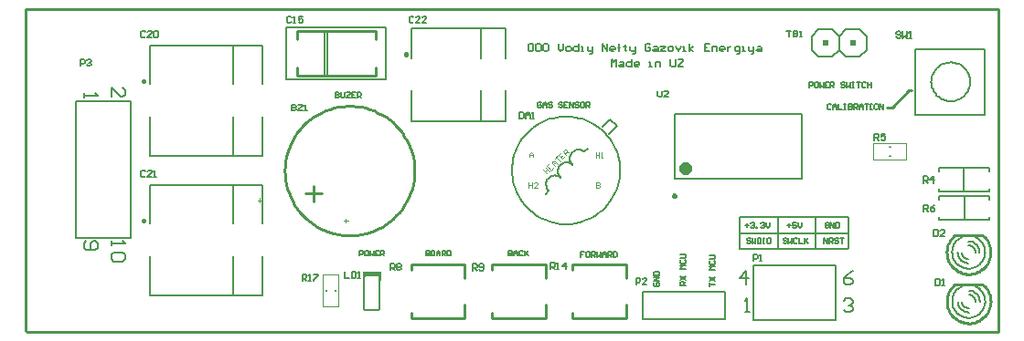
<source format=gto>
%FSTAX23Y23*%
%MOIN*%
%SFA1B1*%

%IPPOS*%
%ADD10C,0.008000*%
%ADD22C,0.010000*%
%ADD25C,0.023600*%
%ADD27C,0.003900*%
%ADD62C,0.005900*%
%ADD63C,0.006000*%
%ADD64C,0.007900*%
%ADD65C,0.009800*%
%ADD66C,0.002000*%
%ADD67C,0.005100*%
%ADD68R,0.020000X0.020000*%
%ADD69R,0.007300X0.025600*%
%ADD70R,0.067000X0.018000*%
%ADD71R,0.006500X0.023000*%
%LNuzcar-1*%
%LPD*%
G54D10*
X03584Y02312D02*
D01*
X03584Y02312*
X03585Y02312*
X03585Y02312*
X03586Y02312*
X03586Y02312*
X03587Y02312*
X03587Y02313*
X03588Y02313*
X03588Y02313*
X03589Y02314*
X03589Y02314*
X0359Y02314*
X0359Y02315*
X03591Y02315*
X03591Y02316*
X03591Y02316*
X03591Y02317*
X03592Y02317*
X03592Y02318*
X03592Y02319*
X03592Y02319*
X03592Y0232*
X03592Y0232*
X03533D02*
D01*
X03533Y0232*
X03533Y02319*
X03533Y02318*
X03533Y02318*
X03534Y02317*
X03534Y02317*
X03534Y02316*
X03534Y02316*
X03535Y02315*
X03535Y02315*
X03535Y02314*
X03536Y02314*
X03536Y02313*
X03537Y02313*
X03537Y02313*
X03538Y02312*
X03538Y02312*
X03539Y02312*
X03539Y02312*
X0354Y02312*
X03541Y02312*
X03541Y02312*
X03542Y02312*
X03592Y02429D02*
D01*
X03592Y0243*
X03592Y0243*
X03592Y02431*
X03592Y02432*
X03591Y02432*
X03591Y02433*
X03591Y02433*
X03591Y02434*
X0359Y02434*
X0359Y02435*
X0359Y02435*
X03589Y02436*
X03589Y02436*
X03588Y02436*
X03588Y02437*
X03587Y02437*
X03587Y02437*
X03586Y02437*
X03586Y02438*
X03585Y02438*
X03584Y02438*
X03584Y02438*
X03584Y02438*
X03542D02*
D01*
X03541Y02438*
X0354Y02438*
X0354Y02438*
X03539Y02437*
X03539Y02437*
X03538Y02437*
X03538Y02437*
X03537Y02437*
X03537Y02436*
X03536Y02436*
X03536Y02435*
X03535Y02435*
X03535Y02435*
X03534Y02434*
X03534Y02434*
X03534Y02433*
X03534Y02432*
X03533Y02432*
X03533Y02431*
X03533Y02431*
X03533Y0243*
X03533Y0243*
X03533Y02429*
X03592Y0232D02*
Y02429D01*
X03533Y0232D02*
Y02429D01*
X03542Y02312D02*
X03584D01*
X03542Y02438D02*
X03584D01*
X05316Y02453D02*
X053Y02445D01*
X05283Y02428*
Y02412*
X05291Y02403*
X05308*
X05316Y02412*
Y0242*
X05308Y02428*
X05283*
Y02345D02*
X05291Y02353D01*
X05308*
X05316Y02345*
Y02337*
X05308Y02328*
X053*
X05308*
X05316Y0232*
Y02312*
X05308Y02303*
X05291*
X05283Y02312*
X04923Y02303D02*
X0494D01*
X04931*
Y02353*
X04923Y02345*
X04928Y02403D02*
Y02453D01*
X04903Y02428*
X04936*
X02613Y0309D02*
Y03123D01*
X02647Y0309*
X02655*
X02663Y03098*
Y03115*
X02655Y03123*
X02513Y03103D02*
Y03086D01*
Y03095*
X02563*
X02555Y03103*
X02522Y02563D02*
X02513Y02555D01*
Y02538*
X02522Y0253*
X02555*
X02563Y02538*
Y02555*
X02555Y02563*
X02547*
X02538Y02555*
Y0253*
X02613Y02563D02*
Y02546D01*
Y02555*
X02663*
X02655Y02563*
Y02521D02*
X02663Y02513D01*
Y02496*
X02655Y02488*
X02622*
X02613Y02496*
Y02513*
X02622Y02521*
X02655*
G54D22*
X03718Y0282D02*
D01*
X03717Y02836*
X03716Y02853*
X03713Y02869*
X03709Y02885*
X03704Y02901*
X03697Y02916*
X0369Y02931*
X03682Y02945*
X03673Y02959*
X03663Y02972*
X03652Y02984*
X0364Y02996*
X03627Y03006*
X03614Y03016*
X036Y03025*
X03585Y03032*
X0357Y03039*
X03555Y03045*
X03539Y03049*
X03523Y03053*
X03506Y03055*
X0349Y03056*
X03473*
X03457Y03055*
X03441Y03053*
X03424Y03049*
X03409Y03045*
X03393Y03039*
X03378Y03032*
X03364Y03025*
X0335Y03016*
X03336Y03006*
X03324Y02996*
X03312Y02984*
X03301Y02972*
X03291Y02959*
X03281Y02945*
X03273Y02931*
X03266Y02916*
X0326Y02901*
X03255Y02885*
X03251Y02869*
X03248Y02853*
X03246Y02836*
X03245Y0282*
X03246Y02804*
X03248Y02787*
X03251Y02771*
X03255Y02755*
X0326Y02739*
X03266Y02724*
X03273Y02709*
X03281Y02695*
X03291Y02681*
X03301Y02668*
X03312Y02656*
X03324Y02644*
X03336Y02634*
X0335Y02624*
X03364Y02615*
X03378Y02608*
X03393Y02601*
X03409Y02595*
X03424Y02591*
X03441Y02587*
X03457Y02585*
X03473Y02584*
X0349*
X03506Y02585*
X03523Y02587*
X03539Y02591*
X03555Y02595*
X0357Y02601*
X03585Y02608*
X036Y02615*
X03614Y02624*
X03627Y02634*
X0364Y02644*
X03652Y02656*
X03663Y02668*
X03673Y02681*
X03682Y02695*
X0369Y02709*
X03697Y02724*
X03704Y02739*
X03709Y02755*
X03713Y02771*
X03716Y02787*
X03717Y02804*
X03718Y0282*
X05687Y02404D02*
D01*
X05683Y024*
X05679Y02396*
X05676Y02392*
X05672Y02387*
X05669Y02383*
X05667Y02378*
X05665Y02373*
X05663Y02367*
X05661Y02362*
X0566Y02357*
X05659Y02351*
X05659Y02345*
X05659Y02342*
D01*
X05659Y02337*
X05659Y02331*
X0566Y02326*
X05662Y0232*
X05663Y02315*
X05666Y0231*
X05668Y02305*
X05671Y023*
X05674Y02295*
X05677Y02291*
X05681Y02287*
X05685Y02283*
X05689Y02279*
X05694Y02276*
X05699Y02273*
X05701Y02272*
X05819Y02342D02*
D01*
X05818Y02348*
X05818Y02353*
X05817Y02359*
X05816Y02364*
X05814Y0237*
X05812Y02375*
X05809Y0238*
X05806Y02385*
X05803Y02389*
X058Y02394*
X05796Y02398*
X05792Y02402*
X0579Y02403*
X05778Y02273D02*
D01*
X05783Y02276*
X05788Y02279*
X05792Y02283*
X05796Y02287*
X058Y02291*
X05803Y02295*
X05806Y023*
X05809Y02304*
X05812Y0231*
X05814Y02315*
X05815Y0232*
X05817Y02325*
X05818Y02331*
X05818Y02336*
X05819Y02342*
X05819Y02342*
X05701Y02272D02*
D01*
X05706Y02269*
X05711Y02267*
X05716Y02266*
X05722Y02264*
X05727Y02263*
X05733Y02263*
X05738Y02262*
X05739Y02262*
D01*
X05744Y02262*
X0575Y02263*
X05755Y02264*
X05761Y02265*
X05766Y02267*
X05771Y02269*
X05776Y02272*
X05781Y02274*
X05738Y02442D02*
D01*
X05744Y02442*
X0575Y02443*
X05755Y02444*
X0576Y02445*
X05766Y02447*
X05771Y02449*
X05776Y02452*
X0578Y02454*
X05701Y02452D02*
D01*
X05706Y02449*
X05711Y02447*
X05716Y02445*
X05721Y02444*
X05727Y02443*
X05732Y02442*
X05738Y02442*
X05738Y02442*
X05778Y02453D02*
D01*
X05783Y02456*
X05787Y02459*
X05792Y02462*
X05796Y02466*
X05799Y0247*
X05803Y02475*
X05806Y02479*
X05809Y02484*
X05811Y02489*
X05813Y02494*
X05815Y025*
X05817Y02505*
X05818Y02511*
X05818Y02516*
X05818Y02522*
X05818Y02522*
D01*
X05818Y02528*
X05818Y02533*
X05817Y02539*
X05815Y02544*
X05814Y0255*
X05811Y02555*
X05809Y0256*
X05806Y02565*
X05803Y02569*
X058Y02574*
X05796Y02578*
X05792Y02582*
X0579Y02583*
X05658Y02522D02*
D01*
X05659Y02517*
X05659Y02511*
X0566Y02506*
X05661Y025*
X05663Y02495*
X05665Y0249*
X05668Y02485*
X05671Y0248*
X05674Y02475*
X05677Y02471*
X05681Y02467*
X05685Y02463*
X05689Y02459*
X05694Y02456*
X05698Y02453*
X05701Y02452*
X05687Y02584D02*
D01*
X05683Y0258*
X05679Y02576*
X05676Y02572*
X05672Y02567*
X05669Y02562*
X05667Y02557*
X05664Y02552*
X05662Y02547*
X05661Y02542*
X0566Y02536*
X05659Y02531*
X05658Y02525*
X05658Y02522*
X03691Y03245D02*
D01*
X03691Y03245*
X03691Y03246*
X03691Y03246*
X03691Y03246*
X03691Y03246*
X03691Y03247*
X0369Y03247*
X0369Y03247*
X0369Y03247*
X0369Y03248*
X0369Y03248*
X0369Y03248*
X03689Y03248*
X03689Y03248*
X03689Y03248*
X03689Y03249*
X03688Y03249*
X03688Y03249*
X03688Y03249*
X03688Y03249*
X03687Y03249*
X03687Y03249*
X03687*
X03687Y03249*
X03686Y03249*
X03686Y03249*
X03686Y03249*
X03686Y03249*
X03685Y03249*
X03685Y03248*
X03685Y03248*
X03685Y03248*
X03684Y03248*
X03684Y03248*
X03684Y03248*
X03684Y03247*
X03684Y03247*
X03684Y03247*
X03683Y03247*
X03683Y03246*
X03683Y03246*
X03683Y03246*
X03683Y03246*
X03683Y03245*
X03683Y03245*
X03683Y03245*
X03683Y03245*
X03683Y03244*
X03683Y03244*
X03683Y03244*
X03683Y03244*
X03684Y03243*
X03684Y03243*
X03684Y03243*
X03684Y03243*
X03684Y03242*
X03684Y03242*
X03685Y03242*
X03685Y03242*
X03685Y03242*
X03685Y03242*
X03686Y03241*
X03686Y03241*
X03686Y03241*
X03686Y03241*
X03687Y03241*
X03687Y03241*
X03687*
X03687Y03241*
X03688Y03241*
X03688Y03241*
X03688Y03241*
X03688Y03241*
X03689Y03242*
X03689Y03242*
X03689Y03242*
X03689Y03242*
X0369Y03242*
X0369Y03242*
X0369Y03243*
X0369Y03243*
X0369Y03243*
X0369Y03243*
X03691Y03244*
X03691Y03244*
X03691Y03244*
X03691Y03244*
X03691Y03245*
X03691Y03245*
X03691Y03245*
X02735Y02638D02*
D01*
X02734Y02638*
X02734Y02639*
X02734Y02639*
X02734Y02639*
X02734Y02639*
X02734Y0264*
X02734Y0264*
X02734Y0264*
X02734Y0264*
X02734Y02641*
X02733Y02641*
X02733Y02641*
X02733Y02641*
X02733Y02641*
X02733Y02641*
X02732Y02642*
X02732Y02642*
X02732Y02642*
X02732Y02642*
X02731Y02642*
X02731Y02642*
X02731Y02642*
X0273*
X0273Y02642*
X0273Y02642*
X0273Y02642*
X02729Y02642*
X02729Y02642*
X02729Y02642*
X02729Y02641*
X02728Y02641*
X02728Y02641*
X02728Y02641*
X02728Y02641*
X02728Y02641*
X02727Y0264*
X02727Y0264*
X02727Y0264*
X02727Y0264*
X02727Y02639*
X02727Y02639*
X02727Y02639*
X02727Y02639*
X02727Y02638*
X02727Y02638*
X02727Y02638*
X02727Y02638*
X02727Y02637*
X02727Y02637*
X02727Y02637*
X02727Y02637*
X02727Y02636*
X02727Y02636*
X02727Y02636*
X02728Y02636*
X02728Y02635*
X02728Y02635*
X02728Y02635*
X02728Y02635*
X02729Y02635*
X02729Y02635*
X02729Y02634*
X02729Y02634*
X0273Y02634*
X0273Y02634*
X0273Y02634*
X0273Y02634*
X02731*
X02731Y02634*
X02731Y02634*
X02732Y02634*
X02732Y02634*
X02732Y02634*
X02732Y02635*
X02733Y02635*
X02733Y02635*
X02733Y02635*
X02733Y02635*
X02733Y02635*
X02734Y02636*
X02734Y02636*
X02734Y02636*
X02734Y02636*
X02734Y02637*
X02734Y02637*
X02734Y02637*
X02734Y02637*
X02734Y02638*
X02734Y02638*
X02735Y02638*
Y03148D02*
D01*
X02734Y03148*
X02734Y03149*
X02734Y03149*
X02734Y03149*
X02734Y03149*
X02734Y0315*
X02734Y0315*
X02734Y0315*
X02734Y0315*
X02734Y03151*
X02733Y03151*
X02733Y03151*
X02733Y03151*
X02733Y03151*
X02733Y03151*
X02732Y03152*
X02732Y03152*
X02732Y03152*
X02732Y03152*
X02731Y03152*
X02731Y03152*
X02731Y03152*
X0273*
X0273Y03152*
X0273Y03152*
X0273Y03152*
X02729Y03152*
X02729Y03152*
X02729Y03152*
X02729Y03151*
X02728Y03151*
X02728Y03151*
X02728Y03151*
X02728Y03151*
X02728Y03151*
X02727Y0315*
X02727Y0315*
X02727Y0315*
X02727Y0315*
X02727Y03149*
X02727Y03149*
X02727Y03149*
X02727Y03149*
X02727Y03148*
X02727Y03148*
X02727Y03148*
X02727Y03148*
X02727Y03147*
X02727Y03147*
X02727Y03147*
X02727Y03147*
X02727Y03146*
X02727Y03146*
X02727Y03146*
X02728Y03146*
X02728Y03145*
X02728Y03145*
X02728Y03145*
X02728Y03145*
X02729Y03145*
X02729Y03145*
X02729Y03144*
X02729Y03144*
X0273Y03144*
X0273Y03144*
X0273Y03144*
X0273Y03144*
X02731*
X02731Y03144*
X02731Y03144*
X02732Y03144*
X02732Y03144*
X02732Y03144*
X02732Y03145*
X02733Y03145*
X02733Y03145*
X02733Y03145*
X02733Y03145*
X02733Y03145*
X02734Y03146*
X02734Y03146*
X02734Y03146*
X02734Y03146*
X02734Y03147*
X02734Y03147*
X02734Y03147*
X02734Y03147*
X02734Y03148*
X02734Y03148*
X02735Y03148*
X0544Y03052D02*
X05459D01*
X05521Y03114*
X05532*
X03321Y02736D02*
X0338D01*
X03351Y02706D02*
Y02765D01*
X05689Y02404D02*
X05789D01*
X05688Y02584D02*
X05788D01*
X0449Y02428D02*
Y02477D01*
Y0228D02*
Y02329D01*
X04293Y02457D02*
Y02477D01*
Y0228D02*
Y023D01*
Y02477D02*
X0449D01*
X04293Y0228D02*
X0449D01*
X04196Y02428D02*
Y02477D01*
Y0228D02*
Y02329D01*
X04Y02457D02*
Y02477D01*
Y0228D02*
Y023D01*
Y02477D02*
X04196D01*
X04Y0228D02*
X04196D01*
X03902Y02428D02*
Y02477D01*
Y0228D02*
Y02329D01*
X03706Y02457D02*
Y02477D01*
Y0228D02*
Y023D01*
Y02477D02*
X03902D01*
X03706Y0228D02*
X03902D01*
X03289Y03166D02*
X03576D01*
X03289Y03331D02*
X03576D01*
X03289Y03299D02*
Y03331D01*
Y03166D02*
Y03197D01*
X03576Y03166D02*
Y03197D01*
Y03299D02*
Y03331D01*
X02301Y02234D02*
Y03411D01*
X02304Y02232D02*
X05847D01*
X02301Y03411D02*
X05846D01*
Y02234D02*
Y03411D01*
G54D25*
X04717Y02829D02*
D01*
X04717Y0283*
X04717Y0283*
X04717Y02831*
X04717Y02832*
X04717Y02833*
X04716Y02834*
X04716Y02834*
X04716Y02835*
X04715Y02836*
X04715Y02836*
X04714Y02837*
X04713Y02838*
X04713Y02838*
X04712Y02839*
X04712Y02839*
X04711Y02839*
X0471Y0284*
X04709Y0284*
X04708Y0284*
X04708Y0284*
X04707Y02841*
X04706Y02841*
X04705*
X04704Y02841*
X04704Y0284*
X04703Y0284*
X04702Y0284*
X04701Y0284*
X047Y02839*
X047Y02839*
X04699Y02839*
X04698Y02838*
X04698Y02838*
X04697Y02837*
X04697Y02836*
X04696Y02836*
X04696Y02835*
X04695Y02834*
X04695Y02834*
X04695Y02833*
X04694Y02832*
X04694Y02831*
X04694Y0283*
X04694Y0283*
X04694Y02829*
X04694Y02828*
X04694Y02827*
X04694Y02826*
X04694Y02826*
X04695Y02825*
X04695Y02824*
X04695Y02823*
X04696Y02823*
X04696Y02822*
X04697Y02821*
X04697Y02821*
X04698Y0282*
X04698Y0282*
X04699Y02819*
X047Y02819*
X047Y02818*
X04701Y02818*
X04702Y02818*
X04703Y02817*
X04704Y02817*
X04704Y02817*
X04705Y02817*
X04706*
X04707Y02817*
X04708Y02817*
X04708Y02817*
X04709Y02818*
X0471Y02818*
X04711Y02818*
X04712Y02819*
X04712Y02819*
X04713Y0282*
X04713Y0282*
X04714Y02821*
X04715Y02821*
X04715Y02822*
X04716Y02823*
X04716Y02823*
X04716Y02824*
X04717Y02825*
X04717Y02826*
X04717Y02826*
X04717Y02827*
X04717Y02828*
X04717Y02829*
G54D27*
X04188Y02823D02*
X04202Y02809D01*
X04195Y02816*
X04205Y02825*
X04198Y02832*
X04211Y02818*
X04212Y02846D02*
X04202Y02837D01*
X04216Y02822*
X04225Y02832*
X04209Y02829D02*
X04214Y02834D01*
X0423Y02836D02*
X04221Y02846D01*
X04221Y02855*
X0423Y02855*
X0424Y02845*
X04233Y02852*
X04223Y02843*
X04231Y02864D02*
X0424Y02873D01*
X04235Y02869*
X04249Y02854*
X04254Y02887D02*
X04245Y02878D01*
X04258Y02864*
X04268Y02873*
X04251Y02871D02*
X04256Y02875D01*
X04272Y02877D02*
X04259Y02891D01*
X04266Y02898*
X0427Y02898*
X04275Y02894*
Y02889*
X04268Y02882*
X04273Y02887D02*
X04282Y02887D01*
X04379Y02886D02*
Y02867D01*
Y02876*
X04392*
Y02886*
Y02867*
X04399D02*
X04405D01*
X04402*
Y02886*
X04399Y02883*
X0438Y02777D02*
Y02758D01*
X0439*
X04394Y02761*
Y02764*
X0439Y02767*
X0438*
X0439*
X04394Y02771*
Y02774*
X0439Y02777*
X0438*
X04135Y02776D02*
Y02756D01*
Y02766*
X04148*
Y02776*
Y02756*
X04168D02*
X04155D01*
X04168Y02769*
Y02773*
X04165Y02776*
X04158*
X04155Y02773*
X04137Y02869D02*
Y02882D01*
X04144Y02888*
X0415Y02882*
Y02869*
Y02878*
X04137*
X0346Y02636D02*
X03476D01*
X03468Y02629D02*
Y02644D01*
X03155Y02704D02*
Y02719D01*
X03148Y02712D02*
X03163D01*
G54D62*
X04468Y02821D02*
D01*
X04467Y02835*
X04466Y02849*
X04463Y02862*
X0446Y02876*
X04456Y02889*
X04451Y02901*
X04445Y02914*
X04438Y02926*
X0443Y02937*
X04422Y02948*
X04413Y02958*
X04403Y02968*
X04392Y02976*
X04381Y02985*
X04369Y02992*
X04357Y02998*
X04345Y03004*
X04332Y03009*
X04319Y03012*
X04305Y03015*
X04291Y03017*
X04278Y03018*
X04264*
X0425Y03017*
X04237Y03015*
X04223Y03012*
X0421Y03009*
X04197Y03004*
X04185Y02998*
X04172Y02992*
X04161Y02985*
X0415Y02976*
X04139Y02968*
X04129Y02958*
X0412Y02948*
X04112Y02937*
X04104Y02926*
X04097Y02914*
X04091Y02901*
X04086Y02889*
X04082Y02876*
X04078Y02862*
X04076Y02849*
X04074Y02835*
X04074Y02821*
X04074Y02808*
X04076Y02794*
X04078Y0278*
X04082Y02767*
X04086Y02754*
X04091Y02741*
X04097Y02729*
X04104Y02717*
X04112Y02706*
X0412Y02695*
X04129Y02685*
X04139Y02675*
X0415Y02666*
X04161Y02658*
X04172Y02651*
X04185Y02644*
X04197Y02639*
X0421Y02634*
X04223Y0263*
X04237Y02627*
X0425Y02625*
X04264Y02625*
X04278*
X04291Y02625*
X04305Y02627*
X04319Y0263*
X04332Y02634*
X04345Y02639*
X04357Y02644*
X04369Y02651*
X04381Y02658*
X04392Y02666*
X04403Y02675*
X04413Y02685*
X04422Y02695*
X0443Y02706*
X04438Y02717*
X04445Y02729*
X04451Y02741*
X04456Y02754*
X0446Y02767*
X04463Y0278*
X04466Y02794*
X04467Y02808*
X04468Y02821*
X04338Y02889D02*
D01*
X04336Y0289*
X04334Y02891*
X04333Y02893*
X04331Y02894*
X04329Y02895*
X04327Y02895*
X04325Y02896*
X04322Y02897*
X0432Y02897*
X04318Y02897*
X04316Y02897*
X04314Y02897*
X04312Y02897*
X04309Y02897*
X04307Y02896*
X04305Y02895*
X04303Y02895*
X04301Y02894*
X04299Y02892*
X04297Y02891*
X04296Y0289*
X04294Y02888*
X04293Y02887*
X04291Y02885*
X0429Y02883*
X04289Y02881*
X04288Y0288*
X04287Y02878*
X04286Y02875*
X04285Y02873*
X04285Y02871*
X04285Y02869*
X04285Y02867*
X04285Y02865*
X04285Y02862*
X04285Y0286*
X04285Y02858*
X04286Y02856*
X04287Y02854*
X04288Y02852*
X04289Y0285*
X0429Y02848*
X04291Y02846*
X04293Y02845*
X04294Y02843*
X04295Y02842*
X04295Y02841D02*
D01*
X04293Y02843*
X04291Y02844*
X04289Y02845*
X04287Y02846*
X04285Y02847*
X04283Y02848*
X04281Y02849*
X04279Y02849*
X04277Y0285*
X04275Y0285*
X04273Y0285*
X0427Y0285*
X04268Y0285*
X04266Y02849*
X04264Y02849*
X04262Y02848*
X0426Y02847*
X04258Y02846*
X04256Y02845*
X04254Y02844*
X04252Y02843*
X04251Y02841*
X04249Y0284*
X04248Y02838*
X04247Y02836*
X04245Y02834*
X04244Y02832*
X04243Y0283*
X04243Y02828*
X04242Y02826*
X04242Y02824*
X04241Y02822*
X04241Y0282*
X04241Y02817*
X04241Y02815*
X04242Y02813*
X04242Y02811*
X04243Y02809*
X04244Y02807*
X04244Y02805*
X04245Y02803*
X04247Y02801*
X04248Y02799*
X04249Y02797*
X04251Y02796*
X04252Y02795*
X04251Y02794D02*
D01*
X0425Y02795*
X04248Y02797*
X04246Y02798*
X04244Y02799*
X04242Y028*
X0424Y02801*
X04238Y02802*
X04236Y02802*
X04234Y02802*
X04232Y02803*
X04229Y02803*
X04227Y02803*
X04225Y02802*
X04223Y02802*
X04221Y02802*
X04219Y02801*
X04217Y028*
X04215Y02799*
X04213Y02798*
X04211Y02797*
X04209Y02795*
X04207Y02794*
X04206Y02792*
X04205Y02791*
X04203Y02789*
X04202Y02787*
X04201Y02785*
X042Y02783*
X04199Y02781*
X04199Y02779*
X04198Y02777*
X04198Y02775*
X04198Y02772*
X04198Y0277*
X04198Y02768*
X04198Y02766*
X04199Y02764*
X04199Y02761*
X042Y02759*
X04201Y02757*
X04202Y02755*
X04203Y02754*
X04205Y02752*
X04206Y0275*
X04208Y02749*
X04208Y02748*
X04903Y02652D02*
X053D01*
Y02536D02*
Y02652D01*
X05043Y02536D02*
Y02648D01*
X05179Y02535D02*
Y02651D01*
X04903Y02592D02*
X05298D01*
X04903Y02537D02*
Y02652D01*
Y02537D02*
X04905Y02535D01*
X05298*
X04196Y02735D02*
X04208Y02747D01*
X04338Y02889D02*
X0435Y029D01*
X04432Y03006D02*
X04456Y02983D01*
X04428Y02955D02*
X04456Y02983D01*
X04405Y02979D02*
X04432Y03006D01*
X05722Y02743D02*
Y0283D01*
X05631Y02743D02*
Y02755D01*
Y02743D02*
X05813D01*
Y02755*
Y02818D02*
Y0283D01*
X05631D02*
X05813D01*
X05631Y02818D02*
Y0283D01*
X05723Y02639D02*
Y02726D01*
X05632Y02639D02*
Y02651D01*
Y02639D02*
X05813D01*
Y02651*
Y02714D02*
Y02726D01*
X05632D02*
X05813D01*
X05632Y02714D02*
Y02726D01*
X04133Y03279D02*
X04138Y03283D01*
X04147*
X04151Y03279*
Y0326*
X04147Y03256*
X04138*
X04133Y0326*
Y03279*
X04161D02*
X04165Y03283D01*
X04174*
X04179Y03279*
Y0326*
X04174Y03256*
X04165*
X04161Y0326*
Y03279*
X04188D02*
X04193Y03283D01*
X04202*
X04207Y03279*
Y0326*
X04202Y03256*
X04193*
X04188Y0326*
Y03279*
X04243Y03283D02*
Y03265D01*
X04252Y03256*
X04262Y03265*
Y03283*
X04275Y03256D02*
X04285D01*
X04289Y0326*
Y03269*
X04285Y03274*
X04275*
X04271Y03269*
Y0326*
X04275Y03256*
X04317Y03283D02*
Y03256D01*
X04303*
X04298Y0326*
Y03269*
X04303Y03274*
X04317*
X04326Y03256D02*
X04335D01*
X04331*
Y03274*
X04326*
X04349D02*
Y0326D01*
X04353Y03256*
X04367*
Y03251*
X04363Y03247*
X04358*
X04367Y03256D02*
Y03274D01*
X04404Y03256D02*
Y03283D01*
X04422Y03256*
Y03283*
X04445Y03256D02*
X04436D01*
X04432Y0326*
Y03269*
X04436Y03274*
X04445*
X0445Y03269*
Y03265*
X04432*
X04464Y03256D02*
Y03279D01*
Y03269*
X04459*
X04468*
X04464*
Y03279*
X04468Y03283*
X04487Y03279D02*
Y03274D01*
X04482*
X04491*
X04487*
Y0326*
X04491Y03256*
X04505Y03274D02*
Y0326D01*
X0451Y03256*
X04523*
Y03251*
X04519Y03247*
X04514*
X04523Y03256D02*
Y03274D01*
X04578Y03279D02*
X04574Y03283D01*
X04565*
X0456Y03279*
Y0326*
X04565Y03256*
X04574*
X04578Y0326*
Y03269*
X04569*
X04592Y03274D02*
X04601D01*
X04606Y03269*
Y03256*
X04592*
X04588Y0326*
X04592Y03265*
X04606*
X04615Y03274D02*
X04634D01*
X04615Y03256*
X04634*
X04647D02*
X04657D01*
X04661Y0326*
Y03269*
X04657Y03274*
X04647*
X04643Y03269*
Y0326*
X04647Y03256*
X0467Y03274D02*
X04679Y03256D01*
X04689Y03274*
X04698Y03256D02*
X04707D01*
X04702*
Y03274*
X04698*
X04721Y03256D02*
Y03283D01*
Y03265D02*
X04735Y03274D01*
X04721Y03265D02*
X04735Y03256D01*
X04794Y03283D02*
X04776D01*
Y03256*
X04794*
X04776Y03269D02*
X04785D01*
X04803Y03256D02*
Y03274D01*
X04817*
X04822Y03269*
Y03256*
X04845D02*
X04836D01*
X04831Y0326*
Y03269*
X04836Y03274*
X04845*
X04849Y03269*
Y03265*
X04831*
X04859Y03274D02*
Y03256D01*
Y03265*
X04863Y03269*
X04868Y03274*
X04872*
X04895Y03247D02*
X049D01*
X04904Y03251*
Y03274*
X04891*
X04886Y03269*
Y0326*
X04891Y03256*
X04904*
X04914D02*
X04923D01*
X04918*
Y03274*
X04914*
X04937D02*
Y0326D01*
X04941Y03256*
X04955*
Y03251*
X0495Y03247*
X04946*
X04955Y03256D02*
Y03274D01*
X04969D02*
X04978D01*
X04983Y03269*
Y03256*
X04969*
X04964Y0326*
X04969Y03265*
X04983*
X04436Y03199D02*
Y03227D01*
X04445Y03218*
X04455Y03227*
Y03199*
X04468Y03218D02*
X04477D01*
X04482Y03213*
Y03199*
X04468*
X04464Y03204*
X04468Y03208*
X04482*
X0451Y03227D02*
Y03199D01*
X04496*
X04491Y03204*
Y03213*
X04496Y03218*
X0451*
X04533Y03199D02*
X04523D01*
X04519Y03204*
Y03213*
X04523Y03218*
X04533*
X04537Y03213*
Y03208*
X04519*
X04574Y03199D02*
X04583D01*
X04578*
Y03218*
X04574*
X04597Y03199D02*
Y03218D01*
X04611*
X04615Y03213*
Y03199*
X04652Y03227D02*
Y03204D01*
X04657Y03199*
X04666*
X0467Y03204*
Y03227*
X04679D02*
X04698D01*
Y03222*
X04679Y03204*
Y03199*
X04698*
X041Y03035D02*
Y03011D01*
X04112*
X04116Y03015*
Y03031*
X04112Y03035*
X041*
X04124Y03011D02*
Y03027D01*
X04131Y03035*
X04139Y03027*
Y03011*
Y03023*
X04124*
X04147Y03011D02*
X04155D01*
X04151*
Y03035*
X04147Y03031*
X03271Y03062D02*
Y03039D01*
X03282*
X03286Y03043*
Y03047*
X03282Y03051*
X03271*
X03282*
X03286Y03054*
Y03058*
X03282Y03062*
X03271*
X03294D02*
X0331D01*
Y03058*
X03294Y03043*
Y03039*
X0331*
X03318D02*
X03326D01*
X03322*
Y03062*
X03318Y03058*
X03269Y0338D02*
X03265Y03384D01*
X03257*
X03253Y0338*
Y03364*
X03257Y0336*
X03265*
X03269Y03364*
X03276Y0336D02*
X03284D01*
X0328*
Y03384*
X03276Y0338*
X03312Y03384D02*
X03296D01*
Y03372*
X03304Y03376*
X03308*
X03312Y03372*
Y03364*
X03308Y0336*
X033*
X03296Y03364*
X02737Y03328D02*
X02733Y03332D01*
X02725*
X02721Y03328*
Y03312*
X02725Y03308*
X02733*
X02737Y03312*
X0276Y03308D02*
X02745D01*
X0276Y03324*
Y03328*
X02756Y03332*
X02749*
X02745Y03328*
X02768D02*
X02772Y03332D01*
X0278*
X02784Y03328*
Y03312*
X0278Y03308*
X02772*
X02768Y03312*
Y03328*
X02737Y02818D02*
X02733Y02822D01*
X02725*
X02721Y02818*
Y02802*
X02725Y02798*
X02733*
X02737Y02802*
X0276Y02798D02*
X02745D01*
X0276Y02814*
Y02818*
X02756Y02822*
X02749*
X02745Y02818*
X02768Y02798D02*
X02776D01*
X02772*
Y02822*
X02768Y02818*
X03715Y03381D02*
X03711Y03385D01*
X03703*
X03699Y03381*
Y03365*
X03703Y03361*
X03711*
X03715Y03365*
X03738Y03361D02*
X03723D01*
X03738Y03377*
Y03381*
X03734Y03385*
X03727*
X03723Y03381*
X03762Y03361D02*
X03746D01*
X03762Y03377*
Y03381*
X03758Y03385*
X0375*
X03746Y03381*
X05618Y02423D02*
Y024D01*
X0563*
X05634Y02403*
Y02419*
X0563Y02423*
X05618*
X05642Y024D02*
X0565D01*
X05646*
Y02423*
X05642Y02419*
X05611Y02603D02*
Y02579D01*
X05623*
X05627Y02583*
Y02599*
X05623Y02603*
X05611*
X0565Y02579D02*
X05635D01*
X0565Y02595*
Y02599*
X05646Y02603*
X05639*
X05635Y02599*
X03465Y0245D02*
Y02426D01*
X03481*
X03489Y0245D02*
Y02426D01*
X035*
X03504Y0243*
Y02446*
X035Y0245*
X03489*
X03512Y02426D02*
X0352D01*
X03516*
Y0245*
X03512Y02446*
X04953Y0249D02*
Y02514D01*
X04965*
X04969Y0251*
Y02502*
X04965Y02498*
X04953*
X04977Y0249D02*
X04984D01*
X04981*
Y02514*
X04977Y0251*
X04526Y02404D02*
Y02428D01*
X04538*
X04542Y02424*
Y02416*
X04538Y02412*
X04526*
X04565Y02404D02*
X0455D01*
X04565Y0242*
Y02424*
X04561Y02428*
X04554*
X0455Y02424*
X025Y03203D02*
Y03227D01*
X02512*
X02516Y03223*
Y03215*
X02512Y03211*
X025*
X02524Y03223D02*
X02528Y03227D01*
X02535*
X02539Y03223*
Y03219*
X02535Y03215*
X02531*
X02535*
X02539Y03211*
Y03207*
X02535Y03203*
X02528*
X02524Y03207*
X05574Y02775D02*
Y02799D01*
X05586*
X0559Y02795*
Y02787*
X05586Y02783*
X05574*
X05582D02*
X0559Y02775D01*
X05609D02*
Y02799D01*
X05598Y02787*
X05613*
X05395Y02931D02*
Y02955D01*
X05407*
X05411Y02951*
Y02943*
X05407Y02939*
X05395*
X05403D02*
X05411Y02931D01*
X05434Y02955D02*
X05419D01*
Y02943*
X05426Y02947*
X0543*
X05434Y02943*
Y02935*
X0543Y02931*
X05423*
X05419Y02935*
X05575Y02671D02*
Y02695D01*
X05587*
X05591Y02691*
Y02683*
X05587Y02679*
X05575*
X05583D02*
X05591Y02671D01*
X05614Y02695D02*
X05606Y02691D01*
X05599Y02683*
Y02675*
X05603Y02671*
X0561*
X05614Y02675*
Y02679*
X0561Y02683*
X05599*
X0363Y02456D02*
Y0248D01*
X03642*
X03646Y02476*
Y02468*
X03642Y02464*
X0363*
X03638D02*
X03646Y02456D01*
X03654Y02476D02*
X03658Y0248D01*
X03665*
X03669Y02476*
Y02472*
X03665Y02468*
X03669Y02464*
Y0246*
X03665Y02456*
X03658*
X03654Y0246*
Y02464*
X03658Y02468*
X03654Y02472*
Y02476*
X03658Y02468D02*
X03665D01*
X0393Y02455D02*
Y02479D01*
X03942*
X03946Y02475*
Y02467*
X03942Y02463*
X0393*
X03938D02*
X03946Y02455D01*
X03954Y02459D02*
X03958Y02455D01*
X03966*
X03969Y02459*
Y02475*
X03966Y02479*
X03958*
X03954Y02475*
Y02471*
X03958Y02467*
X03969*
X04214Y0246D02*
Y02484D01*
X04226*
X0423Y0248*
Y02472*
X04226Y02468*
X04214*
X04222D02*
X0423Y0246D01*
X04238D02*
X04245D01*
X04242*
Y02484*
X04238Y0248*
X04269Y0246D02*
Y02484D01*
X04257Y02472*
X04273*
X03309Y02417D02*
Y02441D01*
X03321*
X03325Y02437*
Y02429*
X03321Y02425*
X03309*
X03317D02*
X03325Y02417D01*
X03332D02*
X0334D01*
X03336*
Y02441*
X03332Y02437*
X03352Y02441D02*
X03368D01*
Y02437*
X03352Y02421*
Y02417*
X0549Y03325D02*
X05486Y03329D01*
X05479*
X05475Y03325*
Y03321*
X05479Y03317*
X05486*
X0549Y03313*
Y03309*
X05486Y03305*
X05479*
X05475Y03309*
X05498Y03329D02*
Y03305D01*
X05506Y03313*
X05514Y03305*
Y03329*
X05522Y03305D02*
X0553D01*
X05526*
Y03329*
X05522Y03325*
X05075Y03332D02*
X05091D01*
X05083*
Y03309*
X05099Y03332D02*
Y03309D01*
X05111*
X05115Y03313*
Y03316*
X05111Y0332*
X05099*
X05111*
X05115Y03324*
Y03328*
X05111Y03332*
X05099*
X05123Y03309D02*
X05131D01*
X05127*
Y03332*
X05123Y03328*
X04605Y03112D02*
Y03093D01*
X04609Y03089*
X04617*
X0462Y03093*
Y03112*
X04644Y03089D02*
X04628D01*
X04644Y03105*
Y03109*
X0464Y03112*
X04632*
X04628Y03109*
G54D63*
X057Y02296D02*
D01*
X05704Y02294*
X05707Y02291*
X05711Y02289*
X05714Y02287*
X05718Y02286*
X05722Y02285*
X05726Y02284*
X0573Y02283*
X05735Y02282*
X05739Y02282*
D01*
X05743Y02282*
X05747Y02283*
X05751Y02284*
X05755Y02285*
X05759Y02286*
X05763Y02287*
X05767Y02289*
X0577Y02291*
X05774Y02294*
X05777Y02296*
X05779Y02298*
X05739Y02402D02*
D01*
X05734Y02402*
X0573Y02402*
X05726Y02401*
X05722Y024*
X05718Y02399*
X05714Y02397*
X0571Y02395*
X05707Y02393*
X05703Y02391*
X057Y02388*
X057Y02388*
X05777Y02388D02*
D01*
X05774Y02391*
X0577Y02393*
X05767Y02395*
X05763Y02397*
X05759Y02399*
X05755Y024*
X05751Y02401*
X05747Y02402*
X05743Y02402*
X05739Y02402*
X05704Y02391D02*
D01*
X057Y02389*
X05697Y02386*
X05694Y02383*
X05692Y0238*
X05689Y02376*
X05687Y02373*
X05685Y02369*
X05683Y02365*
X05682Y02361*
X05681Y02357*
X0568Y02353*
X05679Y02349*
X05679Y02345*
X05679Y02342*
D01*
X05679Y02338*
X05679Y02334*
X0568Y0233*
X05681Y02326*
X05682Y02322*
X05684Y02318*
X05686Y02314*
X05688Y02311*
X0569Y02307*
X05693Y02304*
X05695Y02301*
X05698Y02298*
X05702Y02295*
X05703Y02294*
X05799Y02342D02*
D01*
X05798Y02346*
X05798Y02351*
X05797Y02355*
X05796Y02359*
X05795Y02363*
X05793Y02367*
X05792Y0237*
X05789Y02374*
X05787Y02378*
X05785Y02381*
X05782Y02384*
X05779Y02387*
X05776Y0239*
X05776Y0239*
Y02295D02*
D01*
X05779Y02298*
X05782Y02301*
X05785Y02304*
X05787Y02307*
X05789Y0231*
X05792Y02314*
X05793Y02318*
X05795Y02322*
X05796Y02326*
X05797Y0233*
X05798Y02334*
X05799Y02338*
X05799Y02342*
X05799Y02342*
X05714D02*
D01*
X05714Y02341*
X05714Y02339*
X05714Y02337*
X05715Y02335*
X05715Y02334*
X05716Y02332*
X05717Y02331*
X05717Y02329*
X05718Y02328*
X05719Y02326*
X05721Y02325*
X05722Y02324*
X05723Y02323*
X05725Y02322*
X05726Y02321*
X05728Y0232*
X05729Y02319*
X05731Y02319*
X05733Y02318*
X05734Y02318*
X05736Y02317*
X05738Y02317*
X05739Y02317*
X05699Y02342D02*
D01*
X05699Y0234*
X05699Y02337*
X05699Y02334*
X057Y02331*
X05701Y02329*
X05702Y02326*
X05703Y02324*
X05705Y02321*
X05706Y02319*
X05708Y02317*
X0571Y02315*
X05712Y02313*
X05714Y02311*
X05716Y02309*
X05719Y02308*
X05721Y02306*
X05724Y02305*
X05726Y02304*
X05729Y02303*
X05732Y02303*
X05734Y02303*
X05737Y02302*
X05739Y02302*
X05764Y02342D02*
D01*
X05764Y02344*
X05763Y02346*
X05763Y02347*
X05763Y02349*
X05762Y02351*
X05761Y02352*
X05761Y02354*
X0576Y02356*
X05759Y02357*
X05758Y02358*
X05757Y0236*
X05755Y02361*
X05754Y02362*
X05753Y02363*
X05751Y02364*
X0575Y02365*
X05748Y02365*
X05746Y02366*
X05745Y02367*
X05743Y02367*
X05741Y02367*
X05739Y02367*
X05739Y02367*
X05779Y02342D02*
D01*
X05779Y02345*
X05778Y02348*
X05778Y02351*
X05777Y02353*
X05776Y02356*
X05775Y02359*
X05774Y02361*
X05773Y02363*
X05771Y02366*
X05769Y02368*
X05767Y0237*
X05765Y02372*
X05763Y02374*
X05761Y02375*
X05759Y02377*
X05756Y02378*
X05754Y02379*
X05751Y0238*
X05748Y02381*
X05746Y02382*
X05743Y02382*
X0574Y02382*
X05739Y02382*
X05778Y02522D02*
D01*
X05778Y02525*
X05778Y02528*
X05778Y02531*
X05777Y02533*
X05776Y02536*
X05775Y02538*
X05774Y02541*
X05772Y02543*
X05771Y02546*
X05769Y02548*
X05767Y0255*
X05765Y02552*
X05763Y02554*
X05761Y02555*
X05758Y02557*
X05756Y02558*
X05753Y02559*
X05751Y0256*
X05748Y02561*
X05745Y02562*
X05743Y02562*
X0574Y02562*
X05738Y02562*
X05763Y02522D02*
D01*
X05763Y02524*
X05763Y02526*
X05763Y02527*
X05762Y02529*
X05762Y02531*
X05761Y02532*
X0576Y02534*
X0576Y02535*
X05759Y02537*
X05758Y02538*
X05756Y0254*
X05755Y02541*
X05754Y02542*
X05752Y02543*
X05751Y02544*
X05749Y02545*
X05748Y02545*
X05746Y02546*
X05744Y02546*
X05743Y02547*
X05741Y02547*
X05739Y02547*
X05738Y02547*
X05698Y02522D02*
D01*
X05698Y02519*
X05699Y02517*
X05699Y02514*
X057Y02511*
X05701Y02509*
X05702Y02506*
X05703Y02503*
X05704Y02501*
X05706Y02499*
X05708Y02496*
X0571Y02494*
X05712Y02492*
X05714Y02491*
X05716Y02489*
X05718Y02488*
X05721Y02486*
X05723Y02485*
X05726Y02484*
X05729Y02483*
X05731Y02483*
X05734Y02482*
X05737Y02482*
X05738Y02482*
X05713Y02522D02*
D01*
X05713Y0252*
X05714Y02519*
X05714Y02517*
X05714Y02515*
X05715Y02514*
X05716Y02512*
X05716Y0251*
X05717Y02509*
X05718Y02508*
X05719Y02506*
X0572Y02505*
X05722Y02504*
X05723Y02502*
X05724Y02501*
X05726Y02501*
X05727Y025*
X05729Y02499*
X05731Y02498*
X05732Y02498*
X05734Y02498*
X05736Y02497*
X05738Y02497*
X05738Y02497*
X05775Y02475D02*
D01*
X05779Y02477*
X05782Y0248*
X05784Y02483*
X05787Y02487*
X05789Y0249*
X05791Y02494*
X05793Y02498*
X05795Y02502*
X05796Y02505*
X05797Y0251*
X05798Y02514*
X05798Y02518*
X05799Y02522*
X05798Y02522*
D01*
X05798Y02526*
X05798Y02531*
X05797Y02535*
X05796Y02539*
X05795Y02543*
X05793Y02547*
X05791Y0255*
X05789Y02554*
X05787Y02557*
X05784Y02561*
X05782Y02564*
X05779Y02567*
X05775Y02569*
X05775Y0257*
X05678Y02522D02*
D01*
X05679Y02518*
X05679Y02514*
X0568Y0251*
X05681Y02506*
X05682Y02502*
X05684Y02498*
X05685Y02494*
X05688Y0249*
X0569Y02487*
X05692Y02484*
X05695Y02481*
X05698Y02478*
X05701Y02475*
X05702Y02474*
X05704Y02571D02*
D01*
X057Y02568*
X05697Y02566*
X05694Y02563*
X05691Y02559*
X05689Y02556*
X05687Y02553*
X05685Y02549*
X05683Y02545*
X05681Y02541*
X0568Y02537*
X05679Y02533*
X05679Y02529*
X05678Y02525*
X05678Y02522*
X05777Y02568D02*
D01*
X05773Y02571*
X0577Y02573*
X05766Y02575*
X05763Y02577*
X05759Y02579*
X05755Y0258*
X05751Y02581*
X05747Y02582*
X05742Y02582*
X05738Y02582*
D01*
X05734Y02582*
X0573Y02582*
X05726Y02581*
X05722Y0258*
X05718Y02579*
X05714Y02577*
X0571Y02575*
X05707Y02573*
X05703Y02571*
X057Y02568*
X05699Y02568*
X05738Y02462D02*
D01*
X05743Y02462*
X05747Y02463*
X05751Y02464*
X05755Y02465*
X05759Y02466*
X05763Y02467*
X05767Y02469*
X0577Y02471*
X05774Y02474*
X05777Y02476*
X05778Y02477*
X057Y02476D02*
D01*
X05703Y02474*
X05707Y02471*
X0571Y02469*
X05714Y02467*
X05718Y02466*
X05722Y02464*
X05726Y02463*
X0573Y02463*
X05734Y02462*
X05738Y02462*
X05292Y03337D02*
X05342D01*
X05367Y03312*
X05342Y03237D02*
X05367Y03262D01*
Y03312*
X05242Y03337D02*
X05267Y03312D01*
X05192Y03337D02*
X05242D01*
X05167Y03312D02*
X05192Y03337D01*
X05167Y03262D02*
Y03312D01*
Y03262D02*
X05192Y03237D01*
X05242*
X05267Y03262*
Y03312D02*
X05292Y03337D01*
X05267Y03262D02*
Y03312D01*
Y03262D02*
X05292Y03237D01*
X05342*
G54D64*
X05744Y03145D02*
D01*
X05744Y0315*
X05744Y03155*
X05743Y0316*
X05742Y03164*
X0574Y03169*
X05738Y03174*
X05736Y03178*
X05734Y03182*
X05731Y03187*
X05728Y0319*
X05724Y03194*
X05721Y03198*
X05717Y03201*
X05713Y03204*
X05709Y03206*
X05705Y03209*
X057Y03211*
X05695Y03212*
X05691Y03214*
X05686Y03215*
X05681Y03215*
X05676Y03216*
X05671*
X05666Y03215*
X05661Y03215*
X05656Y03214*
X05651Y03212*
X05647Y03211*
X05642Y03209*
X05638Y03206*
X05634Y03204*
X0563Y03201*
X05626Y03198*
X05622Y03194*
X05619Y0319*
X05616Y03187*
X05613Y03182*
X05611Y03178*
X05609Y03174*
X05607Y03169*
X05605Y03164*
X05604Y0316*
X05603Y03155*
X05603Y0315*
X05602Y03145*
X05603Y0314*
X05603Y03135*
X05604Y0313*
X05605Y03125*
X05607Y03121*
X05609Y03116*
X05611Y03111*
X05613Y03107*
X05616Y03103*
X05619Y03099*
X05622Y03095*
X05626Y03092*
X0563Y03089*
X05634Y03086*
X05638Y03083*
X05642Y03081*
X05647Y03079*
X05651Y03077*
X05656Y03076*
X05661Y03075*
X05666Y03074*
X05671Y03074*
X05676*
X05681Y03074*
X05686Y03075*
X05691Y03076*
X05695Y03077*
X057Y03079*
X05705Y03081*
X05709Y03083*
X05713Y03086*
X05717Y03089*
X05721Y03092*
X05724Y03095*
X05728Y03099*
X05731Y03103*
X05734Y03107*
X05736Y03111*
X05738Y03116*
X0574Y03121*
X05742Y03125*
X05743Y0313*
X05744Y03135*
X05744Y0314*
X05744Y03145*
X04953Y02273D02*
X05253D01*
X04953D02*
Y02473D01*
X05253*
Y02273D02*
Y02473D01*
X0485Y02276D02*
Y02376D01*
X0455Y02276D02*
X0485D01*
X0455D02*
Y02376D01*
X0485*
X02483Y02573D02*
X02683D01*
X02483Y03073D02*
X02683D01*
Y02573D02*
Y03073D01*
X02483Y02573D02*
Y03073D01*
X05544Y03025D02*
X05796D01*
Y03265*
X05544D02*
X05796D01*
X05544Y03025D02*
Y03265D01*
X04666Y02789D02*
X05131D01*
X04666Y03026D02*
X05131D01*
X04666Y02789D02*
Y03026D01*
X05131Y02789D02*
Y03026D01*
X03429Y0238D02*
Y02384D01*
X03397Y0238D02*
Y02384D01*
X05449Y02906D02*
X05453D01*
X05449Y02875D02*
X05453D01*
X03249Y03343D02*
X03615D01*
Y03154D02*
Y03343D01*
X03249Y03154D02*
X03615D01*
X03249D02*
Y03343D01*
X03399Y03166D02*
Y03331D01*
X03391Y03166D02*
Y03331D01*
X03707Y03342D02*
X04049D01*
X03707Y02999D02*
X04049D01*
X03707D02*
Y03113D01*
Y03231D02*
Y03342D01*
X04049Y03231D02*
Y03342D01*
Y02999D02*
Y03113D01*
X03959Y03231D02*
Y03342D01*
Y02999D02*
Y03113D01*
X03164Y02626D02*
Y02768D01*
Y02363D02*
Y02508D01*
X02754Y02363D02*
Y02508D01*
Y02626D02*
Y02768D01*
Y02363D02*
X03164D01*
X02754Y02768D02*
X03164D01*
X03057Y02626D02*
Y02768D01*
Y02363D02*
Y02508D01*
X03164Y03136D02*
Y03278D01*
Y02873D02*
Y03018D01*
X02754Y02873D02*
Y03018D01*
Y03136D02*
Y03278D01*
Y02873D02*
X03164D01*
X02754Y03278D02*
X03164D01*
X03057Y03136D02*
Y03278D01*
Y02873D02*
Y03018D01*
G54D65*
X0467Y02728D02*
D01*
X0467Y02729*
X0467Y02729*
X0467Y02729*
X0467Y0273*
X0467Y0273*
X04669Y0273*
X04669Y02731*
X04669Y02731*
X04669Y02731*
X04669Y02732*
X04669Y02732*
X04668Y02732*
X04668Y02732*
X04668Y02732*
X04667Y02733*
X04667Y02733*
X04667Y02733*
X04667Y02733*
X04666Y02733*
X04666Y02733*
X04666Y02733*
X04665Y02733*
X04665*
X04664Y02733*
X04664Y02733*
X04664Y02733*
X04663Y02733*
X04663Y02733*
X04663Y02733*
X04663Y02733*
X04662Y02732*
X04662Y02732*
X04662Y02732*
X04661Y02732*
X04661Y02732*
X04661Y02731*
X04661Y02731*
X04661Y02731*
X04661Y0273*
X0466Y0273*
X0466Y0273*
X0466Y02729*
X0466Y02729*
X0466Y02729*
X0466Y02728*
X0466Y02728*
X0466Y02728*
X0466Y02727*
X0466Y02727*
X0466Y02727*
X04661Y02726*
X04661Y02726*
X04661Y02726*
X04661Y02726*
X04661Y02725*
X04661Y02725*
X04662Y02725*
X04662Y02725*
X04662Y02724*
X04663Y02724*
X04663Y02724*
X04663Y02724*
X04663Y02724*
X04664Y02724*
X04664Y02724*
X04664Y02724*
X04665Y02724*
X04665*
X04666Y02724*
X04666Y02724*
X04666Y02724*
X04667Y02724*
X04667Y02724*
X04667Y02724*
X04667Y02724*
X04668Y02724*
X04668Y02725*
X04668Y02725*
X04669Y02725*
X04669Y02725*
X04669Y02726*
X04669Y02726*
X04669Y02726*
X04669Y02726*
X0467Y02727*
X0467Y02727*
X0467Y02727*
X0467Y02728*
X0467Y02728*
X0467Y02728*
G54D66*
X03383Y02323D02*
X03442D01*
X03383D02*
Y02441D01*
X03442*
Y02323D02*
Y02441D01*
X0551Y02861D02*
Y0292D01*
X05392Y02861D02*
X0551D01*
X05392D02*
Y0292D01*
X0551*
G54D67*
X04708Y02402D02*
X04688D01*
Y02411*
X04691Y02415*
X04698*
X04701Y02411*
Y02402*
Y02408D02*
X04708Y02415D01*
X04688Y02421D02*
X04708Y02434D01*
X04688D02*
X04708Y02421D01*
Y02461D02*
X04688D01*
X04695Y02467*
X04688Y02474*
X04708*
X04691Y02493D02*
X04688Y0249D01*
Y02484*
X04691Y0248*
X04705*
X04708Y02484*
Y0249*
X04705Y02493*
X04688Y025D02*
X04705D01*
X04708Y02503*
Y0251*
X04705Y02513*
X04688*
X04794Y02398D02*
Y02411D01*
Y02404*
X04814*
X04794Y02417D02*
X04814Y0243D01*
X04794D02*
X04814Y02417D01*
Y02457D02*
X04794D01*
X04801Y02463*
X04794Y0247*
X04814*
X04797Y02489D02*
X04794Y02486D01*
Y0248*
X04797Y02476*
X04811*
X04814Y0248*
Y02486*
X04811Y02489*
X04794Y02496D02*
X04811D01*
X04814Y02499*
Y02506*
X04811Y02509*
X04794*
X04594Y02411D02*
X04591Y02408D01*
Y02401*
X04594Y02398*
X04608*
X04611Y02401*
Y02408*
X04608Y02411*
X04601*
Y02404*
X04611Y02418D02*
X04591D01*
X04611Y02431*
X04591*
Y02437D02*
X04611D01*
Y02447*
X04608Y0245*
X04594*
X04591Y02447*
Y02437*
X03432Y03106D02*
Y03086D01*
X03442*
X03445Y03089*
Y03092*
X03442Y03096*
X03432*
X03442*
X03445Y03099*
Y03102*
X03442Y03106*
X03432*
X03452D02*
Y03089D01*
X03455Y03086*
X03461*
X03465Y03089*
Y03106*
X03471D02*
X03484D01*
Y03102*
X03471Y03089*
Y03086*
X03484*
X03504Y03106D02*
X03491D01*
Y03086*
X03504*
X03491Y03096D02*
X03498D01*
X03511Y03086D02*
Y03106D01*
X0352*
X03524Y03102*
Y03096*
X0352Y03092*
X03511*
X03517D02*
X03524Y03086D01*
X0418Y03066D02*
X04176Y0307D01*
X0417*
X04167Y03066*
Y03053*
X0417Y0305*
X04176*
X0418Y03053*
Y0306*
X04173*
X04186Y0305D02*
Y03063D01*
X04193Y0307*
X04199Y03063*
Y0305*
Y0306*
X04186*
X04219Y03066D02*
X04216Y0307D01*
X04209*
X04206Y03066*
Y03063*
X04209Y0306*
X04216*
X04219Y03056*
Y03053*
X04216Y0305*
X04209*
X04206Y03053*
X04258Y03066D02*
X04255Y0307D01*
X04249*
X04245Y03066*
Y03063*
X04249Y0306*
X04255*
X04258Y03056*
Y03053*
X04255Y0305*
X04249*
X04245Y03053*
X04278Y0307D02*
X04265D01*
Y0305*
X04278*
X04265Y0306D02*
X04271D01*
X04285Y0305D02*
Y0307D01*
X04298Y0305*
Y0307*
X04317Y03066D02*
X04314Y0307D01*
X04308*
X04304Y03066*
Y03063*
X04308Y0306*
X04314*
X04317Y03056*
Y03053*
X04314Y0305*
X04308*
X04304Y03053*
X04334Y0307D02*
X04327D01*
X04324Y03066*
Y03053*
X04327Y0305*
X04334*
X04337Y03053*
Y03066*
X04334Y0307*
X04344Y0305D02*
Y0307D01*
X04353*
X04357Y03066*
Y0306*
X04353Y03056*
X04344*
X0435D02*
X04357Y0305D01*
X0376Y02528D02*
Y02509D01*
X03769*
X03773Y02512*
Y02515*
X03769Y02518*
X0376*
X03769*
X03773Y02522*
Y02525*
X03769Y02528*
X0376*
X03789D02*
X03782D01*
X03779Y02525*
Y02512*
X03782Y02509*
X03789*
X03792Y02512*
Y02525*
X03789Y02528*
X03799Y02509D02*
Y02522D01*
X03805Y02528*
X03812Y02522*
Y02509*
Y02518*
X03799*
X03819Y02509D02*
Y02528D01*
X03828*
X03832Y02525*
Y02518*
X03828Y02515*
X03819*
X03825D02*
X03832Y02509D01*
X03838Y02528D02*
Y02509D01*
X03848*
X03851Y02512*
Y02525*
X03848Y02528*
X03838*
X04061D02*
Y02509D01*
X0407*
X04074Y02512*
Y02515*
X0407Y02518*
X04061*
X0407*
X04074Y02522*
Y02525*
X0407Y02528*
X04061*
X0408Y02509D02*
Y02522D01*
X04087Y02528*
X04093Y02522*
Y02509*
Y02518*
X0408*
X04113Y02525D02*
X0411Y02528D01*
X04103*
X041Y02525*
Y02512*
X04103Y02509*
X0411*
X04113Y02512*
X0412Y02528D02*
Y02509D01*
Y02515*
X04133Y02528*
X04123Y02518*
X04133Y02509*
X04338Y02524D02*
X04325D01*
Y02514*
X04331*
X04325*
Y02505*
X04354Y02524D02*
X04347D01*
X04344Y02521*
Y02508*
X04347Y02505*
X04354*
X04357Y02508*
Y02521*
X04354Y02524*
X04364Y02505D02*
Y02524D01*
X04374*
X04377Y02521*
Y02514*
X04374Y02511*
X04364*
X0437D02*
X04377Y02505D01*
X04384Y02524D02*
Y02505D01*
X0439Y02511*
X04397Y02505*
Y02524*
X04403Y02505D02*
Y02518D01*
X0441Y02524*
X04416Y02518*
Y02505*
Y02514*
X04403*
X04423Y02505D02*
Y02524D01*
X04433*
X04436Y02521*
Y02514*
X04433Y02511*
X04423*
X04429D02*
X04436Y02505D01*
X04443Y02524D02*
Y02505D01*
X04452*
X04456Y02508*
Y02521*
X04452Y02524*
X04443*
X03517Y02509D02*
Y02528D01*
X03526*
X0353Y02525*
Y02518*
X03526Y02515*
X03517*
X03546Y02528D02*
X03539D01*
X03536Y02525*
Y02512*
X03539Y02509*
X03546*
X03549Y02512*
Y02525*
X03546Y02528*
X03556D02*
Y02509D01*
X03562Y02515*
X03569Y02509*
Y02528*
X03589D02*
X03576D01*
Y02509*
X03589*
X03576Y02518D02*
X03582D01*
X03595Y02509D02*
Y02528D01*
X03605*
X03608Y02525*
Y02518*
X03605Y02515*
X03595*
X03602D02*
X03608Y02509D01*
X05238Y03061D02*
X05235Y03064D01*
X05228*
X05225Y03061*
Y03048*
X05228Y03045*
X05235*
X05238Y03048*
X05245Y03045D02*
Y03058D01*
X05251Y03064*
X05258Y03058*
Y03045*
Y03054*
X05245*
X05264Y03064D02*
Y03045D01*
X05277*
X05284Y03064D02*
X05291D01*
X05287*
Y03045*
X05284*
X05291*
X053Y03064D02*
Y03045D01*
X0531*
X05313Y03048*
Y03051*
X0531Y03054*
X053*
X0531*
X05313Y03058*
Y03061*
X0531Y03064*
X053*
X0532Y03045D02*
Y03064D01*
X0533*
X05333Y03061*
Y03054*
X0533Y03051*
X0532*
X05327D02*
X05333Y03045D01*
X0534D02*
Y03058D01*
X05346Y03064*
X05353Y03058*
Y03045*
Y03054*
X0534*
X05359Y03064D02*
X05373D01*
X05366*
Y03045*
X05379Y03064D02*
X05386D01*
X05382*
Y03045*
X05379*
X05386*
X05405Y03064D02*
X05399D01*
X05395Y03061*
Y03048*
X05399Y03045*
X05405*
X05409Y03048*
Y03061*
X05405Y03064*
X05415Y03045D02*
Y03064D01*
X05428Y03045*
Y03064*
X04943Y02571D02*
X04939Y02574D01*
X04933*
X0493Y02571*
Y02568*
X04933Y02565*
X04939*
X04943Y02561*
Y02558*
X04939Y02555*
X04933*
X0493Y02558*
X04949Y02574D02*
Y02555D01*
X04956Y02561*
X04962Y02555*
Y02574*
X04969D02*
Y02555D01*
X04979*
X04982Y02558*
Y02571*
X04979Y02574*
X04969*
X04989D02*
X04995D01*
X04992*
Y02555*
X04989*
X04995*
X05015Y02574D02*
X05008D01*
X05005Y02571*
Y02558*
X05008Y02555*
X05015*
X05018Y02558*
Y02571*
X05015Y02574*
X04925Y02619D02*
X04938D01*
X04932Y02626D02*
Y02613D01*
X04945Y02626D02*
X04948Y02629D01*
X04955*
X04958Y02626*
Y02622*
X04955Y02619*
X04951*
X04955*
X04958Y02616*
Y02613*
X04955Y02609*
X04948*
X04945Y02613*
X04964Y02609D02*
Y02613D01*
X04968*
Y02609*
X04964*
X04981Y02626D02*
X04984Y02629D01*
X04991*
X04994Y02626*
Y02622*
X04991Y02619*
X04987*
X04991*
X04994Y02616*
Y02613*
X04991Y02609*
X04984*
X04981Y02613*
X05001Y02629D02*
Y02616D01*
X05007Y02609*
X05014Y02616*
Y02629*
X05076Y0257D02*
X05072Y02573D01*
X05066*
X05063Y0257*
Y02567*
X05066Y02564*
X05072*
X05076Y0256*
Y02557*
X05072Y02554*
X05066*
X05063Y02557*
X05082Y02573D02*
Y02554D01*
X05089Y0256*
X05095Y02554*
Y02573*
X05115Y0257D02*
X05112Y02573D01*
X05105*
X05102Y0257*
Y02557*
X05105Y02554*
X05112*
X05115Y02557*
X05122Y02573D02*
Y02554D01*
X05135*
X05141Y02573D02*
Y02554D01*
Y0256*
X05154Y02573*
X05145Y02564*
X05154Y02554*
X05077Y02619D02*
X0509D01*
X05084Y02626D02*
Y02613D01*
X0511Y02629D02*
X05097D01*
Y02619*
X05103Y02622*
X05107*
X0511Y02619*
Y02613*
X05107Y02609*
X051*
X05097Y02613*
X05116Y02629D02*
Y02616D01*
X05123Y02609*
X0513Y02616*
Y02629*
X05211Y02554D02*
Y02573D01*
X05224Y02554*
Y02573*
X0523Y02554D02*
Y02573D01*
X0524*
X05243Y0257*
Y02564*
X0524Y0256*
X0523*
X05237D02*
X05243Y02554D01*
X05263Y0257D02*
X0526Y02573D01*
X05253*
X0525Y0257*
Y02567*
X05253Y02564*
X0526*
X05263Y0256*
Y02557*
X0526Y02554*
X05253*
X0525Y02557*
X0527Y02573D02*
X05283D01*
X05276*
Y02554*
X05229Y02627D02*
X05225Y0263D01*
X05219*
X05216Y02627*
Y02614*
X05219Y02611*
X05225*
X05229Y02614*
Y02621*
X05222*
X05235Y02611D02*
Y0263D01*
X05248Y02611*
Y0263*
X05255D02*
Y02611D01*
X05265*
X05268Y02614*
Y02627*
X05265Y0263*
X05255*
X05157Y03125D02*
Y03144D01*
X05166*
X0517Y03141*
Y03135*
X05166Y03131*
X05157*
X05186Y03144D02*
X05179D01*
X05176Y03141*
Y03128*
X05179Y03125*
X05186*
X05189Y03128*
Y03141*
X05186Y03144*
X05196D02*
Y03125D01*
X05202Y03131*
X05209Y03125*
Y03144*
X05229D02*
X05216D01*
Y03125*
X05229*
X05216Y03135D02*
X05222D01*
X05235Y03125D02*
Y03144D01*
X05245*
X05248Y03141*
Y03135*
X05245Y03131*
X05235*
X05242D02*
X05248Y03125D01*
X05288Y03141D02*
X05284Y03144D01*
X05278*
X05275Y03141*
Y03138*
X05278Y03135*
X05284*
X05288Y03131*
Y03128*
X05284Y03125*
X05278*
X05275Y03128*
X05294Y03144D02*
Y03125D01*
X05301Y03131*
X05307Y03125*
Y03144*
X05314D02*
X05321D01*
X05317*
Y03125*
X05314*
X05321*
X0533Y03144D02*
X05343D01*
X05337*
Y03125*
X05363Y03141D02*
X0536Y03144D01*
X05353*
X0535Y03141*
Y03128*
X05353Y03125*
X0536*
X05363Y03128*
X0537Y03144D02*
Y03125D01*
Y03135*
X05383*
Y03144*
Y03125*
G54D68*
X05317Y03287D03*
X05217D03*
G54D69*
X03593Y02432D03*
G54D70*
X03563Y02443D03*
G54D71*
X03533Y02433D03*
M02*
</source>
